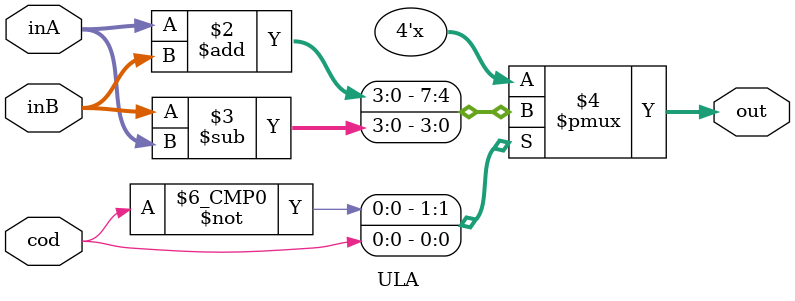
<source format=v>
module ULA(cod, inA, inB, out);
input wire[3:0] inA, inB;
input wire cod;
output reg[3:0] out;

parameter
ADD = 1'b0,
SUB = 1'b1;

always begin
	case(cod)
		ADD: out <= inA + inB;
		SUB: out <= inB - inA;
	endcase 
end

endmodule 
</source>
